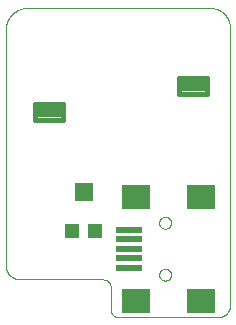
<source format=gtp>
G75*
%MOIN*%
%OFA0B0*%
%FSLAX25Y25*%
%IPPOS*%
%LPD*%
%AMOC8*
5,1,8,0,0,1.08239X$1,22.5*
%
%ADD10C,0.00000*%
%ADD11C,0.01772*%
%ADD12R,0.09449X0.07874*%
%ADD13R,0.09087X0.01969*%
%ADD14R,0.05906X0.06299*%
%ADD15R,0.04724X0.04724*%
D10*
X0016292Y0013630D02*
X0043885Y0013630D01*
X0043986Y0013628D01*
X0044087Y0013622D01*
X0044188Y0013613D01*
X0044288Y0013599D01*
X0044388Y0013582D01*
X0044487Y0013561D01*
X0044585Y0013536D01*
X0044682Y0013507D01*
X0044778Y0013475D01*
X0044872Y0013439D01*
X0044965Y0013399D01*
X0045057Y0013356D01*
X0045147Y0013309D01*
X0045235Y0013259D01*
X0045321Y0013206D01*
X0045404Y0013149D01*
X0045486Y0013089D01*
X0045565Y0013027D01*
X0045642Y0012961D01*
X0045716Y0012892D01*
X0045788Y0012820D01*
X0045857Y0012746D01*
X0045923Y0012669D01*
X0045985Y0012590D01*
X0046045Y0012508D01*
X0046102Y0012425D01*
X0046155Y0012339D01*
X0046205Y0012251D01*
X0046252Y0012161D01*
X0046295Y0012069D01*
X0046335Y0011976D01*
X0046371Y0011882D01*
X0046403Y0011786D01*
X0046432Y0011689D01*
X0046457Y0011591D01*
X0046478Y0011492D01*
X0046495Y0011392D01*
X0046509Y0011292D01*
X0046518Y0011191D01*
X0046524Y0011090D01*
X0046526Y0010989D01*
X0046526Y0003552D01*
X0046525Y0003552D02*
X0046527Y0003453D01*
X0046533Y0003354D01*
X0046542Y0003256D01*
X0046556Y0003158D01*
X0046573Y0003060D01*
X0046595Y0002963D01*
X0046620Y0002868D01*
X0046648Y0002773D01*
X0046681Y0002679D01*
X0046717Y0002587D01*
X0046757Y0002497D01*
X0046800Y0002407D01*
X0046846Y0002320D01*
X0046896Y0002235D01*
X0046950Y0002151D01*
X0047006Y0002070D01*
X0047066Y0001991D01*
X0047129Y0001915D01*
X0047195Y0001841D01*
X0047263Y0001769D01*
X0047335Y0001701D01*
X0047409Y0001635D01*
X0047485Y0001572D01*
X0047564Y0001512D01*
X0047645Y0001456D01*
X0047729Y0001402D01*
X0047814Y0001352D01*
X0047901Y0001306D01*
X0047991Y0001263D01*
X0048081Y0001223D01*
X0048173Y0001187D01*
X0048267Y0001154D01*
X0048362Y0001126D01*
X0048457Y0001101D01*
X0048554Y0001079D01*
X0048652Y0001062D01*
X0048750Y0001048D01*
X0048848Y0001039D01*
X0048947Y0001033D01*
X0049046Y0001031D01*
X0082588Y0001031D01*
X0082714Y0001045D01*
X0082839Y0001063D01*
X0082964Y0001085D01*
X0083088Y0001110D01*
X0083211Y0001140D01*
X0083333Y0001173D01*
X0083455Y0001210D01*
X0083575Y0001251D01*
X0083693Y0001295D01*
X0083811Y0001343D01*
X0083926Y0001395D01*
X0084040Y0001450D01*
X0084153Y0001508D01*
X0084263Y0001570D01*
X0084372Y0001636D01*
X0084478Y0001704D01*
X0084583Y0001776D01*
X0084685Y0001852D01*
X0084784Y0001930D01*
X0084881Y0002011D01*
X0084976Y0002095D01*
X0085068Y0002182D01*
X0085157Y0002272D01*
X0085244Y0002365D01*
X0085327Y0002460D01*
X0085408Y0002558D01*
X0085486Y0002658D01*
X0085560Y0002761D01*
X0085631Y0002865D01*
X0085699Y0002972D01*
X0085764Y0003081D01*
X0085825Y0003192D01*
X0085883Y0003305D01*
X0085937Y0003419D01*
X0085988Y0003535D01*
X0086035Y0003653D01*
X0086079Y0003772D01*
X0086119Y0003892D01*
X0086155Y0004014D01*
X0086187Y0004136D01*
X0086216Y0004260D01*
X0086241Y0004384D01*
X0086261Y0004509D01*
X0086279Y0004635D01*
X0086292Y0004761D01*
X0086301Y0004887D01*
X0086306Y0005013D01*
X0086308Y0005140D01*
X0086306Y0005267D01*
X0086299Y0005393D01*
X0086289Y0005520D01*
X0086289Y0097463D01*
X0086287Y0097624D01*
X0086281Y0097786D01*
X0086271Y0097947D01*
X0086258Y0098108D01*
X0086240Y0098268D01*
X0086219Y0098428D01*
X0086194Y0098587D01*
X0086165Y0098746D01*
X0086132Y0098904D01*
X0086095Y0099061D01*
X0086054Y0099218D01*
X0086010Y0099373D01*
X0085962Y0099527D01*
X0085910Y0099680D01*
X0085855Y0099831D01*
X0085796Y0099982D01*
X0085733Y0100130D01*
X0085667Y0100278D01*
X0085597Y0100423D01*
X0085524Y0100567D01*
X0085447Y0100709D01*
X0085367Y0100849D01*
X0085284Y0100987D01*
X0085197Y0101123D01*
X0085107Y0101257D01*
X0085013Y0101389D01*
X0084917Y0101518D01*
X0084817Y0101645D01*
X0084715Y0101770D01*
X0084609Y0101892D01*
X0084501Y0102012D01*
X0084389Y0102128D01*
X0084275Y0102242D01*
X0084159Y0102354D01*
X0084039Y0102462D01*
X0083917Y0102568D01*
X0083792Y0102670D01*
X0083665Y0102770D01*
X0083536Y0102866D01*
X0083404Y0102960D01*
X0083270Y0103050D01*
X0083134Y0103137D01*
X0082996Y0103220D01*
X0082856Y0103300D01*
X0082714Y0103377D01*
X0082570Y0103450D01*
X0082425Y0103520D01*
X0082277Y0103586D01*
X0082129Y0103649D01*
X0081978Y0103708D01*
X0081827Y0103763D01*
X0081674Y0103815D01*
X0081520Y0103863D01*
X0081365Y0103907D01*
X0081208Y0103948D01*
X0081051Y0103985D01*
X0080893Y0104018D01*
X0080734Y0104047D01*
X0080575Y0104072D01*
X0080415Y0104093D01*
X0080255Y0104111D01*
X0080094Y0104124D01*
X0079933Y0104134D01*
X0079771Y0104140D01*
X0079610Y0104142D01*
X0018866Y0104142D01*
X0018866Y0104141D02*
X0018688Y0104139D01*
X0018509Y0104132D01*
X0018331Y0104122D01*
X0018154Y0104107D01*
X0017976Y0104087D01*
X0017800Y0104064D01*
X0017624Y0104036D01*
X0017448Y0104004D01*
X0017274Y0103967D01*
X0017100Y0103927D01*
X0016927Y0103882D01*
X0016756Y0103833D01*
X0016585Y0103780D01*
X0016417Y0103723D01*
X0016249Y0103661D01*
X0016083Y0103596D01*
X0015919Y0103527D01*
X0015756Y0103454D01*
X0015595Y0103377D01*
X0015436Y0103296D01*
X0015279Y0103211D01*
X0015125Y0103122D01*
X0014972Y0103030D01*
X0014822Y0102934D01*
X0014674Y0102835D01*
X0014528Y0102732D01*
X0014385Y0102625D01*
X0014245Y0102515D01*
X0014107Y0102402D01*
X0013972Y0102285D01*
X0013840Y0102165D01*
X0013711Y0102042D01*
X0013585Y0101916D01*
X0013462Y0101787D01*
X0013342Y0101655D01*
X0013225Y0101520D01*
X0013112Y0101382D01*
X0013002Y0101242D01*
X0012895Y0101099D01*
X0012792Y0100953D01*
X0012693Y0100805D01*
X0012597Y0100655D01*
X0012505Y0100502D01*
X0012416Y0100348D01*
X0012331Y0100191D01*
X0012250Y0100032D01*
X0012173Y0099871D01*
X0012100Y0099708D01*
X0012031Y0099544D01*
X0011966Y0099378D01*
X0011904Y0099210D01*
X0011847Y0099042D01*
X0011794Y0098871D01*
X0011745Y0098700D01*
X0011700Y0098527D01*
X0011660Y0098353D01*
X0011623Y0098179D01*
X0011591Y0098003D01*
X0011563Y0097827D01*
X0011540Y0097651D01*
X0011520Y0097473D01*
X0011505Y0097296D01*
X0011495Y0097118D01*
X0011488Y0096939D01*
X0011486Y0096761D01*
X0011486Y0018436D01*
X0011488Y0018299D01*
X0011494Y0018162D01*
X0011504Y0018025D01*
X0011517Y0017888D01*
X0011535Y0017752D01*
X0011556Y0017616D01*
X0011582Y0017482D01*
X0011611Y0017347D01*
X0011644Y0017214D01*
X0011681Y0017082D01*
X0011721Y0016951D01*
X0011765Y0016821D01*
X0011813Y0016692D01*
X0011865Y0016565D01*
X0011920Y0016440D01*
X0011979Y0016315D01*
X0012041Y0016193D01*
X0012107Y0016073D01*
X0012176Y0015954D01*
X0012249Y0015838D01*
X0012325Y0015723D01*
X0012404Y0015611D01*
X0012486Y0015501D01*
X0012571Y0015394D01*
X0012660Y0015289D01*
X0012751Y0015186D01*
X0012845Y0015087D01*
X0012943Y0014989D01*
X0013042Y0014895D01*
X0013145Y0014804D01*
X0013250Y0014715D01*
X0013357Y0014630D01*
X0013467Y0014548D01*
X0013579Y0014469D01*
X0013694Y0014393D01*
X0013810Y0014320D01*
X0013929Y0014251D01*
X0014049Y0014185D01*
X0014171Y0014123D01*
X0014296Y0014064D01*
X0014421Y0014009D01*
X0014548Y0013957D01*
X0014677Y0013909D01*
X0014807Y0013865D01*
X0014938Y0013825D01*
X0015070Y0013788D01*
X0015203Y0013755D01*
X0015338Y0013726D01*
X0015472Y0013700D01*
X0015608Y0013679D01*
X0015744Y0013661D01*
X0015881Y0013648D01*
X0016018Y0013638D01*
X0016155Y0013632D01*
X0016292Y0013630D01*
X0062667Y0015205D02*
X0062669Y0015293D01*
X0062675Y0015381D01*
X0062685Y0015469D01*
X0062699Y0015557D01*
X0062716Y0015643D01*
X0062738Y0015729D01*
X0062763Y0015813D01*
X0062793Y0015897D01*
X0062825Y0015979D01*
X0062862Y0016059D01*
X0062902Y0016138D01*
X0062946Y0016215D01*
X0062993Y0016290D01*
X0063043Y0016362D01*
X0063097Y0016433D01*
X0063153Y0016500D01*
X0063213Y0016566D01*
X0063275Y0016628D01*
X0063341Y0016688D01*
X0063408Y0016744D01*
X0063479Y0016798D01*
X0063551Y0016848D01*
X0063626Y0016895D01*
X0063703Y0016939D01*
X0063782Y0016979D01*
X0063862Y0017016D01*
X0063944Y0017048D01*
X0064028Y0017078D01*
X0064112Y0017103D01*
X0064198Y0017125D01*
X0064284Y0017142D01*
X0064372Y0017156D01*
X0064460Y0017166D01*
X0064548Y0017172D01*
X0064636Y0017174D01*
X0064724Y0017172D01*
X0064812Y0017166D01*
X0064900Y0017156D01*
X0064988Y0017142D01*
X0065074Y0017125D01*
X0065160Y0017103D01*
X0065244Y0017078D01*
X0065328Y0017048D01*
X0065410Y0017016D01*
X0065490Y0016979D01*
X0065569Y0016939D01*
X0065646Y0016895D01*
X0065721Y0016848D01*
X0065793Y0016798D01*
X0065864Y0016744D01*
X0065931Y0016688D01*
X0065997Y0016628D01*
X0066059Y0016566D01*
X0066119Y0016500D01*
X0066175Y0016433D01*
X0066229Y0016362D01*
X0066279Y0016290D01*
X0066326Y0016215D01*
X0066370Y0016138D01*
X0066410Y0016059D01*
X0066447Y0015979D01*
X0066479Y0015897D01*
X0066509Y0015813D01*
X0066534Y0015729D01*
X0066556Y0015643D01*
X0066573Y0015557D01*
X0066587Y0015469D01*
X0066597Y0015381D01*
X0066603Y0015293D01*
X0066605Y0015205D01*
X0066603Y0015117D01*
X0066597Y0015029D01*
X0066587Y0014941D01*
X0066573Y0014853D01*
X0066556Y0014767D01*
X0066534Y0014681D01*
X0066509Y0014597D01*
X0066479Y0014513D01*
X0066447Y0014431D01*
X0066410Y0014351D01*
X0066370Y0014272D01*
X0066326Y0014195D01*
X0066279Y0014120D01*
X0066229Y0014048D01*
X0066175Y0013977D01*
X0066119Y0013910D01*
X0066059Y0013844D01*
X0065997Y0013782D01*
X0065931Y0013722D01*
X0065864Y0013666D01*
X0065793Y0013612D01*
X0065721Y0013562D01*
X0065646Y0013515D01*
X0065569Y0013471D01*
X0065490Y0013431D01*
X0065410Y0013394D01*
X0065328Y0013362D01*
X0065244Y0013332D01*
X0065160Y0013307D01*
X0065074Y0013285D01*
X0064988Y0013268D01*
X0064900Y0013254D01*
X0064812Y0013244D01*
X0064724Y0013238D01*
X0064636Y0013236D01*
X0064548Y0013238D01*
X0064460Y0013244D01*
X0064372Y0013254D01*
X0064284Y0013268D01*
X0064198Y0013285D01*
X0064112Y0013307D01*
X0064028Y0013332D01*
X0063944Y0013362D01*
X0063862Y0013394D01*
X0063782Y0013431D01*
X0063703Y0013471D01*
X0063626Y0013515D01*
X0063551Y0013562D01*
X0063479Y0013612D01*
X0063408Y0013666D01*
X0063341Y0013722D01*
X0063275Y0013782D01*
X0063213Y0013844D01*
X0063153Y0013910D01*
X0063097Y0013977D01*
X0063043Y0014048D01*
X0062993Y0014120D01*
X0062946Y0014195D01*
X0062902Y0014272D01*
X0062862Y0014351D01*
X0062825Y0014431D01*
X0062793Y0014513D01*
X0062763Y0014597D01*
X0062738Y0014681D01*
X0062716Y0014767D01*
X0062699Y0014853D01*
X0062685Y0014941D01*
X0062675Y0015029D01*
X0062669Y0015117D01*
X0062667Y0015205D01*
X0062667Y0032528D02*
X0062669Y0032616D01*
X0062675Y0032704D01*
X0062685Y0032792D01*
X0062699Y0032880D01*
X0062716Y0032966D01*
X0062738Y0033052D01*
X0062763Y0033136D01*
X0062793Y0033220D01*
X0062825Y0033302D01*
X0062862Y0033382D01*
X0062902Y0033461D01*
X0062946Y0033538D01*
X0062993Y0033613D01*
X0063043Y0033685D01*
X0063097Y0033756D01*
X0063153Y0033823D01*
X0063213Y0033889D01*
X0063275Y0033951D01*
X0063341Y0034011D01*
X0063408Y0034067D01*
X0063479Y0034121D01*
X0063551Y0034171D01*
X0063626Y0034218D01*
X0063703Y0034262D01*
X0063782Y0034302D01*
X0063862Y0034339D01*
X0063944Y0034371D01*
X0064028Y0034401D01*
X0064112Y0034426D01*
X0064198Y0034448D01*
X0064284Y0034465D01*
X0064372Y0034479D01*
X0064460Y0034489D01*
X0064548Y0034495D01*
X0064636Y0034497D01*
X0064724Y0034495D01*
X0064812Y0034489D01*
X0064900Y0034479D01*
X0064988Y0034465D01*
X0065074Y0034448D01*
X0065160Y0034426D01*
X0065244Y0034401D01*
X0065328Y0034371D01*
X0065410Y0034339D01*
X0065490Y0034302D01*
X0065569Y0034262D01*
X0065646Y0034218D01*
X0065721Y0034171D01*
X0065793Y0034121D01*
X0065864Y0034067D01*
X0065931Y0034011D01*
X0065997Y0033951D01*
X0066059Y0033889D01*
X0066119Y0033823D01*
X0066175Y0033756D01*
X0066229Y0033685D01*
X0066279Y0033613D01*
X0066326Y0033538D01*
X0066370Y0033461D01*
X0066410Y0033382D01*
X0066447Y0033302D01*
X0066479Y0033220D01*
X0066509Y0033136D01*
X0066534Y0033052D01*
X0066556Y0032966D01*
X0066573Y0032880D01*
X0066587Y0032792D01*
X0066597Y0032704D01*
X0066603Y0032616D01*
X0066605Y0032528D01*
X0066603Y0032440D01*
X0066597Y0032352D01*
X0066587Y0032264D01*
X0066573Y0032176D01*
X0066556Y0032090D01*
X0066534Y0032004D01*
X0066509Y0031920D01*
X0066479Y0031836D01*
X0066447Y0031754D01*
X0066410Y0031674D01*
X0066370Y0031595D01*
X0066326Y0031518D01*
X0066279Y0031443D01*
X0066229Y0031371D01*
X0066175Y0031300D01*
X0066119Y0031233D01*
X0066059Y0031167D01*
X0065997Y0031105D01*
X0065931Y0031045D01*
X0065864Y0030989D01*
X0065793Y0030935D01*
X0065721Y0030885D01*
X0065646Y0030838D01*
X0065569Y0030794D01*
X0065490Y0030754D01*
X0065410Y0030717D01*
X0065328Y0030685D01*
X0065244Y0030655D01*
X0065160Y0030630D01*
X0065074Y0030608D01*
X0064988Y0030591D01*
X0064900Y0030577D01*
X0064812Y0030567D01*
X0064724Y0030561D01*
X0064636Y0030559D01*
X0064548Y0030561D01*
X0064460Y0030567D01*
X0064372Y0030577D01*
X0064284Y0030591D01*
X0064198Y0030608D01*
X0064112Y0030630D01*
X0064028Y0030655D01*
X0063944Y0030685D01*
X0063862Y0030717D01*
X0063782Y0030754D01*
X0063703Y0030794D01*
X0063626Y0030838D01*
X0063551Y0030885D01*
X0063479Y0030935D01*
X0063408Y0030989D01*
X0063341Y0031045D01*
X0063275Y0031105D01*
X0063213Y0031167D01*
X0063153Y0031233D01*
X0063097Y0031300D01*
X0063043Y0031371D01*
X0062993Y0031443D01*
X0062946Y0031518D01*
X0062902Y0031595D01*
X0062862Y0031674D01*
X0062825Y0031754D01*
X0062793Y0031836D01*
X0062763Y0031920D01*
X0062738Y0032004D01*
X0062716Y0032090D01*
X0062699Y0032176D01*
X0062685Y0032264D01*
X0062675Y0032352D01*
X0062669Y0032440D01*
X0062667Y0032528D01*
D11*
X0030580Y0072192D02*
X0021132Y0072192D01*
X0030580Y0072192D02*
X0030580Y0066878D01*
X0021132Y0066878D01*
X0021132Y0072192D01*
X0021132Y0068649D02*
X0030580Y0068649D01*
X0030580Y0070420D02*
X0021132Y0070420D01*
X0021132Y0072191D02*
X0030580Y0072191D01*
X0069164Y0080854D02*
X0078612Y0080854D01*
X0078612Y0075540D01*
X0069164Y0075540D01*
X0069164Y0080854D01*
X0069164Y0077311D02*
X0078612Y0077311D01*
X0078612Y0079082D02*
X0069164Y0079082D01*
X0069164Y0080853D02*
X0078612Y0080853D01*
D12*
X0076447Y0041189D03*
X0054793Y0041189D03*
X0054793Y0006543D03*
X0076447Y0006543D03*
D13*
X0052573Y0017567D03*
X0052573Y0020717D03*
X0052573Y0023866D03*
X0052573Y0027016D03*
X0052573Y0030165D03*
D14*
X0037470Y0042764D03*
D15*
X0033533Y0029673D03*
X0041407Y0029673D03*
M02*

</source>
